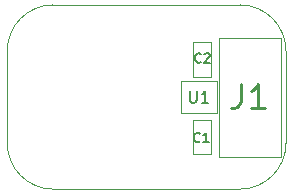
<source format=gbr>
%TF.GenerationSoftware,KiCad,Pcbnew,4.0.5-e0-6337~49~ubuntu16.04.1*%
%TF.CreationDate,2017-01-29T12:57:44-08:00*%
%TF.ProjectId,2x3-USB-Power-Connector,3278332D5553422D506F7765722D436F,1.0*%
%TF.FileFunction,Other,Fab,Top*%
%FSLAX46Y46*%
G04 Gerber Fmt 4.6, Leading zero omitted, Abs format (unit mm)*
G04 Created by KiCad (PCBNEW 4.0.5-e0-6337~49~ubuntu16.04.1) date Sun Jan 29 12:57:44 2017*
%MOMM*%
%LPD*%
G01*
G04 APERTURE LIST*
%ADD10C,0.350000*%
%ADD11C,0.050000*%
%ADD12C,0.040640*%
%ADD13C,0.254000*%
%ADD14C,0.150000*%
G04 APERTURE END LIST*
D10*
D11*
X142882920Y-102038560D02*
X137632920Y-102038560D01*
X142882920Y-92038560D02*
X142882920Y-102038560D01*
X137632920Y-92038560D02*
X142882920Y-92038560D01*
X137632920Y-102038560D02*
X137632920Y-92038560D01*
X136919400Y-98928960D02*
X136919400Y-101828960D01*
X136919400Y-98928960D02*
X135419400Y-98928960D01*
X136919400Y-101828960D02*
X135419400Y-101828960D01*
X135419400Y-98928960D02*
X135419400Y-101828960D01*
X135419400Y-95270680D02*
X135419400Y-92370680D01*
X135419400Y-95270680D02*
X136919400Y-95270680D01*
X135419400Y-92370680D02*
X136919400Y-92370680D01*
X136919400Y-95270680D02*
X136919400Y-92370680D01*
D12*
X137449520Y-98351580D02*
X137449520Y-95684580D01*
X134401520Y-98351580D02*
X137449520Y-98351580D01*
X134401520Y-95684580D02*
X134401520Y-98351580D01*
X137449520Y-95684580D02*
X134401520Y-95684580D01*
X139395800Y-89200560D02*
X123495800Y-89200560D01*
X139395800Y-104800560D02*
X123495800Y-104800560D01*
X143295800Y-100900560D02*
X143295800Y-93100560D01*
X119695800Y-100900560D02*
X119695800Y-93100560D01*
X143295800Y-93100560D02*
G75*
G03X139395800Y-89200560I-3900000J0D01*
G01*
X139395800Y-104800560D02*
G75*
G03X143295800Y-100900560I0J3900000D01*
G01*
X119695800Y-100900560D02*
G75*
G03X123595800Y-104800560I3900000J0D01*
G01*
X123595800Y-89200560D02*
G75*
G03X119695800Y-93100560I0J-3900000D01*
G01*
D13*
X139455587Y-95925798D02*
X139455587Y-97377227D01*
X139358825Y-97667512D01*
X139165301Y-97861036D01*
X138875016Y-97957798D01*
X138681492Y-97957798D01*
X141487586Y-97957798D02*
X140326444Y-97957798D01*
X140907015Y-97957798D02*
X140907015Y-95925798D01*
X140713491Y-96216084D01*
X140519967Y-96409608D01*
X140326444Y-96506370D01*
D14*
X135996067Y-100754674D02*
X135957972Y-100792770D01*
X135843686Y-100830865D01*
X135767496Y-100830865D01*
X135653210Y-100792770D01*
X135577019Y-100716579D01*
X135538924Y-100640389D01*
X135500829Y-100488008D01*
X135500829Y-100373722D01*
X135538924Y-100221341D01*
X135577019Y-100145150D01*
X135653210Y-100068960D01*
X135767496Y-100030865D01*
X135843686Y-100030865D01*
X135957972Y-100068960D01*
X135996067Y-100107055D01*
X136757972Y-100830865D02*
X136300829Y-100830865D01*
X136529400Y-100830865D02*
X136529400Y-100030865D01*
X136453210Y-100145150D01*
X136377019Y-100221341D01*
X136300829Y-100259436D01*
X136076067Y-94016394D02*
X136037972Y-94054490D01*
X135923686Y-94092585D01*
X135847496Y-94092585D01*
X135733210Y-94054490D01*
X135657019Y-93978299D01*
X135618924Y-93902109D01*
X135580829Y-93749728D01*
X135580829Y-93635442D01*
X135618924Y-93483061D01*
X135657019Y-93406870D01*
X135733210Y-93330680D01*
X135847496Y-93292585D01*
X135923686Y-93292585D01*
X136037972Y-93330680D01*
X136076067Y-93368775D01*
X136380829Y-93368775D02*
X136418924Y-93330680D01*
X136495115Y-93292585D01*
X136685591Y-93292585D01*
X136761781Y-93330680D01*
X136799877Y-93368775D01*
X136837972Y-93444966D01*
X136837972Y-93521156D01*
X136799877Y-93635442D01*
X136342734Y-94092585D01*
X136837972Y-94092585D01*
X135163615Y-96470461D02*
X135163615Y-97279985D01*
X135211234Y-97375223D01*
X135258853Y-97422842D01*
X135354091Y-97470461D01*
X135544568Y-97470461D01*
X135639806Y-97422842D01*
X135687425Y-97375223D01*
X135735044Y-97279985D01*
X135735044Y-96470461D01*
X136735044Y-97470461D02*
X136163615Y-97470461D01*
X136449329Y-97470461D02*
X136449329Y-96470461D01*
X136354091Y-96613318D01*
X136258853Y-96708556D01*
X136163615Y-96756175D01*
M02*

</source>
